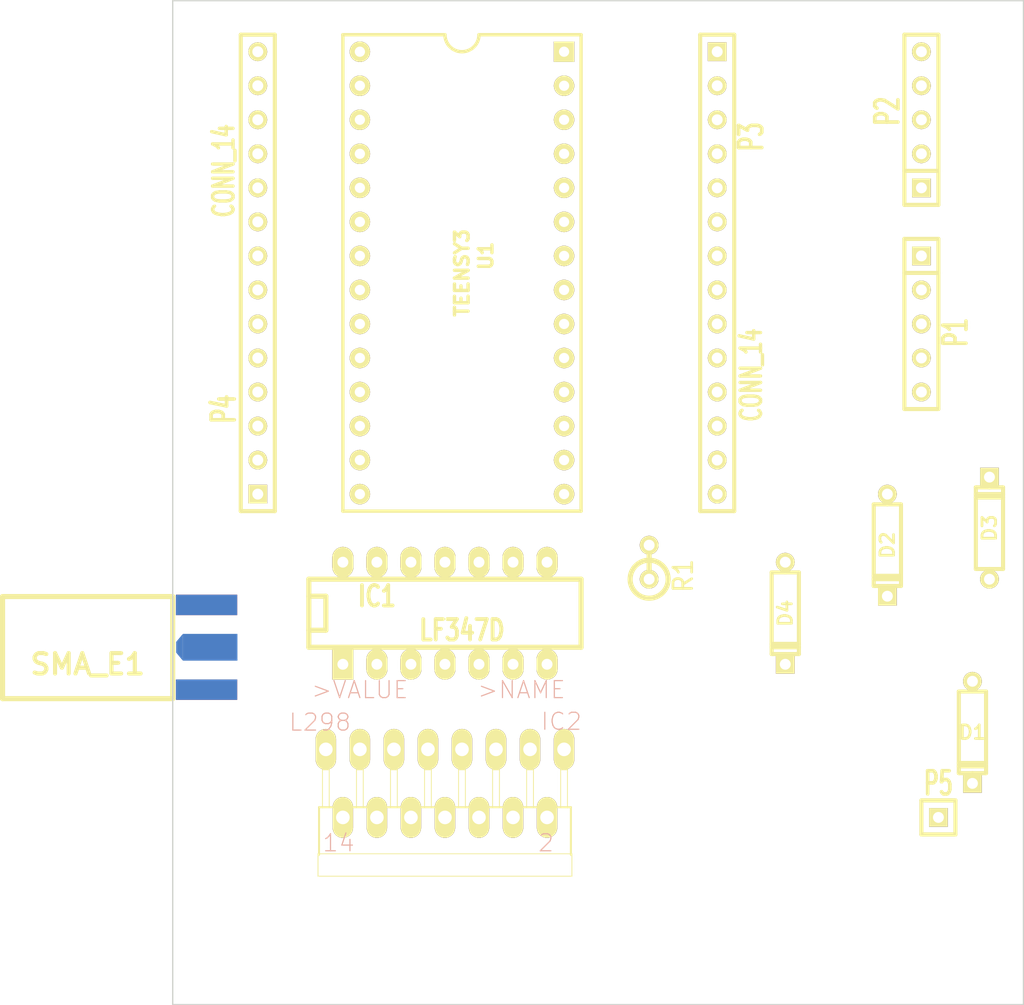
<source format=kicad_pcb>
(kicad_pcb (version 3) (host pcbnew "(2013-may-18)-stable")

  (general
    (links 65)
    (no_connects 65)
    (area 129.54 120.65 207.01 196.85)
    (thickness 1.6)
    (drawings 4)
    (tracks 0)
    (zones 0)
    (modules 14)
    (nets 37)
  )

  (page A3)
  (layers
    (15 F.Cu signal)
    (0 B.Cu signal)
    (16 B.Adhes user)
    (17 F.Adhes user)
    (18 B.Paste user)
    (19 F.Paste user)
    (20 B.SilkS user)
    (21 F.SilkS user)
    (22 B.Mask user)
    (23 F.Mask user)
    (24 Dwgs.User user)
    (25 Cmts.User user)
    (26 Eco1.User user)
    (27 Eco2.User user)
    (28 Edge.Cuts user)
  )

  (setup
    (last_trace_width 0.254)
    (trace_clearance 0.254)
    (zone_clearance 0.508)
    (zone_45_only no)
    (trace_min 0.254)
    (segment_width 0.2)
    (edge_width 0.1)
    (via_size 0.889)
    (via_drill 0.635)
    (via_min_size 0.889)
    (via_min_drill 0.508)
    (uvia_size 0.508)
    (uvia_drill 0.127)
    (uvias_allowed no)
    (uvia_min_size 0.508)
    (uvia_min_drill 0.127)
    (pcb_text_width 0.3)
    (pcb_text_size 1.5 1.5)
    (mod_edge_width 0.15)
    (mod_text_size 1 1)
    (mod_text_width 0.15)
    (pad_size 1.5 1.5)
    (pad_drill 0.6)
    (pad_to_mask_clearance 0)
    (aux_axis_origin 0 0)
    (visible_elements FFFFFFBF)
    (pcbplotparams
      (layerselection 3178497)
      (usegerberextensions true)
      (excludeedgelayer true)
      (linewidth 0.150000)
      (plotframeref false)
      (viasonmask false)
      (mode 1)
      (useauxorigin false)
      (hpglpennumber 1)
      (hpglpenspeed 20)
      (hpglpendiameter 15)
      (hpglpenoverlay 2)
      (psnegative false)
      (psa4output false)
      (plotreference true)
      (plotvalue true)
      (plotothertext true)
      (plotinvisibletext false)
      (padsonsilk false)
      (subtractmaskfromsilk false)
      (outputformat 1)
      (mirror false)
      (drillshape 1)
      (scaleselection 1)
      (outputdirectory ""))
  )

  (net 0 "")
  (net 1 /O1)
  (net 2 /O2)
  (net 3 /OM)
  (net 4 /Thermister)
  (net 5 N-000001)
  (net 6 N-0000010)
  (net 7 N-0000011)
  (net 8 N-0000012)
  (net 9 N-0000013)
  (net 10 N-0000014)
  (net 11 N-0000015)
  (net 12 N-0000016)
  (net 13 N-000002)
  (net 14 N-0000020)
  (net 15 N-0000021)
  (net 16 N-0000022)
  (net 17 N-0000023)
  (net 18 N-0000024)
  (net 19 N-0000025)
  (net 20 N-0000026)
  (net 21 N-0000027)
  (net 22 N-0000028)
  (net 23 N-000003)
  (net 24 N-000004)
  (net 25 N-0000040)
  (net 26 N-0000042)
  (net 27 N-0000043)
  (net 28 N-0000044)
  (net 29 N-000005)
  (net 30 N-0000056)
  (net 31 N-0000058)
  (net 32 N-000006)
  (net 33 N-0000066)
  (net 34 N-000007)
  (net 35 N-000008)
  (net 36 N-000009)

  (net_class Default "This is the default net class."
    (clearance 0.254)
    (trace_width 0.254)
    (via_dia 0.889)
    (via_drill 0.635)
    (uvia_dia 0.508)
    (uvia_drill 0.127)
    (add_net "")
    (add_net /O1)
    (add_net /O2)
    (add_net /OM)
    (add_net /Thermister)
    (add_net N-000001)
    (add_net N-0000010)
    (add_net N-0000011)
    (add_net N-0000012)
    (add_net N-0000013)
    (add_net N-0000014)
    (add_net N-0000015)
    (add_net N-0000016)
    (add_net N-000002)
    (add_net N-0000020)
    (add_net N-0000021)
    (add_net N-0000022)
    (add_net N-0000023)
    (add_net N-0000024)
    (add_net N-0000025)
    (add_net N-0000026)
    (add_net N-0000027)
    (add_net N-0000028)
    (add_net N-000003)
    (add_net N-000004)
    (add_net N-0000040)
    (add_net N-0000042)
    (add_net N-0000043)
    (add_net N-0000044)
    (add_net N-000005)
    (add_net N-0000056)
    (add_net N-0000058)
    (add_net N-000006)
    (add_net N-0000066)
    (add_net N-000007)
    (add_net N-000008)
    (add_net N-000009)
  )

  (module Teensy-3   placed (layer F.Cu) (tedit 5338A594) (tstamp 5338B381)
    (at 158.75 139.7)
    (descr "Teensy 3.0")
    (path /5338AC10)
    (fp_text reference U1 (at 8.128 1.27 90) (layer F.SilkS)
      (effects (font (size 1.016 1.016) (thickness 0.254)))
    )
    (fp_text value TEENSY3 (at 6.35 2.54 90) (layer F.SilkS)
      (effects (font (size 1.016 1.016) (thickness 0.254)))
    )
    (fp_line (start 15.24 -15.24) (end 15.24 20.32) (layer F.SilkS) (width 0.254))
    (fp_line (start 15.24 20.32) (end -2.54 20.32) (layer F.SilkS) (width 0.254))
    (fp_line (start -2.54 20.32) (end -2.54 -15.24) (layer F.SilkS) (width 0.254))
    (fp_line (start 15.24 -15.24) (end 7.62 -15.24) (layer F.SilkS) (width 0.254))
    (fp_line (start 5.08 -15.24) (end -2.54 -15.24) (layer F.SilkS) (width 0.254))
    (fp_arc (start 6.35 -15.24) (end 7.62 -15.24) (angle 180) (layer F.SilkS) (width 0.254))
    (pad 1 thru_hole rect (at 13.97 -13.97 180) (size 1.524 1.524) (drill 0.762)
      (layers *.Cu *.Mask F.SilkS)
      (net 31 N-0000058)
    )
    (pad 2 thru_hole circle (at 13.97 -11.43 180) (size 1.524 1.524) (drill 0.762)
      (layers *.Cu *.Mask F.SilkS)
      (net 18 N-0000024)
    )
    (pad 3 thru_hole circle (at 13.97 -8.89 180) (size 1.524 1.524) (drill 0.762)
      (layers *.Cu *.Mask F.SilkS)
      (net 17 N-0000023)
    )
    (pad 4 thru_hole circle (at 13.97 -6.35 180) (size 1.524 1.524) (drill 0.762)
      (layers *.Cu *.Mask F.SilkS)
      (net 16 N-0000022)
    )
    (pad 5 thru_hole circle (at 13.97 -3.81 180) (size 1.524 1.524) (drill 0.762)
      (layers *.Cu *.Mask F.SilkS)
      (net 15 N-0000021)
    )
    (pad 6 thru_hole circle (at 13.97 -1.27 180) (size 1.524 1.524) (drill 0.762)
      (layers *.Cu *.Mask F.SilkS)
      (net 10 N-0000014)
    )
    (pad 7 thru_hole circle (at 13.97 1.27 180) (size 1.524 1.524) (drill 0.762)
      (layers *.Cu *.Mask F.SilkS)
      (net 6 N-0000010)
    )
    (pad 8 thru_hole circle (at 13.97 3.81 180) (size 1.524 1.524) (drill 0.762)
      (layers *.Cu *.Mask F.SilkS)
      (net 36 N-000009)
    )
    (pad 9 thru_hole circle (at 13.97 6.35 180) (size 1.524 1.524) (drill 0.762)
      (layers *.Cu *.Mask F.SilkS)
      (net 35 N-000008)
    )
    (pad 10 thru_hole circle (at 13.97 8.89 180) (size 1.524 1.524) (drill 0.762)
      (layers *.Cu *.Mask F.SilkS)
      (net 34 N-000007)
    )
    (pad 11 thru_hole circle (at 13.97 11.43 180) (size 1.524 1.524) (drill 0.762)
      (layers *.Cu *.Mask F.SilkS)
      (net 32 N-000006)
    )
    (pad 12 thru_hole circle (at 13.97 13.97 180) (size 1.524 1.524) (drill 0.762)
      (layers *.Cu *.Mask F.SilkS)
      (net 28 N-0000044)
    )
    (pad 13 thru_hole circle (at 13.97 16.51 180) (size 1.524 1.524) (drill 0.762)
      (layers *.Cu *.Mask F.SilkS)
      (net 27 N-0000043)
    )
    (pad 14 thru_hole circle (at 13.97 19.05 180) (size 1.524 1.524) (drill 0.762)
      (layers *.Cu *.Mask F.SilkS)
      (net 26 N-0000042)
    )
    (pad 20 thru_hole circle (at -1.27 19.05 180) (size 1.524 1.524) (drill 0.762)
      (layers *.Cu *.Mask F.SilkS)
      (net 5 N-000001)
    )
    (pad 21 thru_hole circle (at -1.27 16.51 180) (size 1.524 1.524) (drill 0.762)
      (layers *.Cu *.Mask F.SilkS)
      (net 25 N-0000040)
    )
    (pad 22 thru_hole circle (at -1.27 13.97 180) (size 1.524 1.524) (drill 0.762)
      (layers *.Cu *.Mask F.SilkS)
      (net 29 N-000005)
    )
    (pad 23 thru_hole circle (at -1.27 11.43 180) (size 1.524 1.524) (drill 0.762)
      (layers *.Cu *.Mask F.SilkS)
      (net 22 N-0000028)
    )
    (pad 24 thru_hole circle (at -1.27 8.89 180) (size 1.524 1.524) (drill 0.762)
      (layers *.Cu *.Mask F.SilkS)
      (net 4 /Thermister)
    )
    (pad 25 thru_hole circle (at -1.27 6.35 180) (size 1.524 1.524) (drill 0.762)
      (layers *.Cu *.Mask F.SilkS)
      (net 24 N-000004)
    )
    (pad 26 thru_hole circle (at -1.27 3.81 180) (size 1.524 1.524) (drill 0.762)
      (layers *.Cu *.Mask F.SilkS)
      (net 23 N-000003)
    )
    (pad 27 thru_hole circle (at -1.27 1.27 180) (size 1.524 1.524) (drill 0.762)
      (layers *.Cu *.Mask F.SilkS)
      (net 13 N-000002)
    )
    (pad 28 thru_hole circle (at -1.27 -1.27 180) (size 1.524 1.524) (drill 0.762)
      (layers *.Cu *.Mask F.SilkS)
      (net 12 N-0000016)
    )
    (pad 29 thru_hole circle (at -1.27 -3.81 180) (size 1.524 1.524) (drill 0.762)
      (layers *.Cu *.Mask F.SilkS)
      (net 11 N-0000015)
    )
    (pad 30 thru_hole circle (at -1.27 -6.35 180) (size 1.524 1.524) (drill 0.762)
      (layers *.Cu *.Mask F.SilkS)
      (net 7 N-0000011)
    )
    (pad 31 thru_hole circle (at -1.27 -8.89 180) (size 1.524 1.524) (drill 0.762)
      (layers *.Cu *.Mask F.SilkS)
      (net 9 N-0000013)
    )
    (pad 32 thru_hole circle (at -1.27 -11.43 180) (size 1.524 1.524) (drill 0.762)
      (layers *.Cu *.Mask F.SilkS)
      (net 8 N-0000012)
    )
    (pad 33 thru_hole circle (at -1.27 -13.97 180) (size 1.524 1.524) (drill 0.762)
      (layers *.Cu *.Mask F.SilkS)
      (net 30 N-0000056)
    )
  )

  (module SMA_EDGE   placed (layer F.Cu) (tedit 5338B52E) (tstamp 5338B38D)
    (at 137.16 171.45 180)
    (path /5338B42B)
    (fp_text reference SMA_E1 (at 0 0 180) (layer F.SilkS)
      (effects (font (size 1.524 1.524) (thickness 0.3048)))
    )
    (fp_text value SMA_EDGE (at 0 2.54 180) (layer F.SilkS) hide
      (effects (font (size 1.524 1.524) (thickness 0.3048)))
    )
    (fp_line (start -6.35 -2.5654) (end -6.35 5.0546) (layer F.SilkS) (width 0.381))
    (fp_line (start -6.35 5.0546) (end 6.35 5.0546) (layer F.SilkS) (width 0.381))
    (fp_line (start 6.35 5.0546) (end 6.35 -2.5654) (layer F.SilkS) (width 0.381))
    (fp_line (start 6.35 -2.5654) (end -6.35 -2.5654) (layer F.SilkS) (width 0.381))
    (pad 0 connect rect (at -8.8773 -1.89484 180) (size 4.572 1.524)
      (layers *.Cu F.Mask)
      (net 31 N-0000058)
    )
    (pad 1 connect trapezoid (at -6.858 1.27 180) (size 0.50038 1.39954) (rect_delta 0.59944 0 )
      (layers B.Cu F.Mask)
      (net 25 N-0000040)
    )
    (pad 2 connect rect (at -8.8773 4.42976 180) (size 4.572 1.524)
      (layers *.Cu F.Mask)
      (net 31 N-0000058)
    )
    (pad 1 connect rect (at -9.144 1.27 180) (size 4.07162 1.99898)
      (layers B.Cu F.Mask)
      (net 25 N-0000040)
    )
    (model SMA_EDGE.wrl
      (at (xyz -0.205 -0.05 -0.12))
      (scale (xyz 1.3 1.3 1.3))
      (rotate (xyz 270 0 180))
    )
  )

  (module SIL-5   placed (layer F.Cu) (tedit 200000) (tstamp 5338B39B)
    (at 199.39 147.32 270)
    (descr "Connecteur 5 pins")
    (tags "CONN DEV")
    (path /5338BC5F)
    (fp_text reference P1 (at -0.635 -2.54 270) (layer F.SilkS)
      (effects (font (size 1.72974 1.08712) (thickness 0.3048)))
    )
    (fp_text value CONN_5 (at 0 -2.54 270) (layer F.SilkS) hide
      (effects (font (size 1.524 1.016) (thickness 0.3048)))
    )
    (fp_line (start -7.62 1.27) (end -7.62 -1.27) (layer F.SilkS) (width 0.3048))
    (fp_line (start -7.62 -1.27) (end 5.08 -1.27) (layer F.SilkS) (width 0.3048))
    (fp_line (start 5.08 -1.27) (end 5.08 1.27) (layer F.SilkS) (width 0.3048))
    (fp_line (start 5.08 1.27) (end -7.62 1.27) (layer F.SilkS) (width 0.3048))
    (fp_line (start -5.08 1.27) (end -5.08 -1.27) (layer F.SilkS) (width 0.3048))
    (pad 1 thru_hole rect (at -6.35 0 270) (size 1.397 1.397) (drill 0.8128)
      (layers *.Cu *.Mask F.SilkS)
      (net 3 /OM)
    )
    (pad 2 thru_hole circle (at -3.81 0 270) (size 1.397 1.397) (drill 0.8128)
      (layers *.Cu *.Mask F.SilkS)
      (net 2 /O2)
    )
    (pad 3 thru_hole circle (at -1.27 0 270) (size 1.397 1.397) (drill 0.8128)
      (layers *.Cu *.Mask F.SilkS)
      (net 4 /Thermister)
    )
    (pad 4 thru_hole circle (at 1.27 0 270) (size 1.397 1.397) (drill 0.8128)
      (layers *.Cu *.Mask F.SilkS)
      (net 30 N-0000056)
    )
    (pad 5 thru_hole circle (at 3.81 0 270) (size 1.397 1.397) (drill 0.8128)
      (layers *.Cu *.Mask F.SilkS)
      (net 31 N-0000058)
    )
  )

  (module SIL-5   placed (layer F.Cu) (tedit 200000) (tstamp 5338B3A9)
    (at 199.39 129.54 90)
    (descr "Connecteur 5 pins")
    (tags "CONN DEV")
    (path /5338C083)
    (fp_text reference P2 (at -0.635 -2.54 90) (layer F.SilkS)
      (effects (font (size 1.72974 1.08712) (thickness 0.3048)))
    )
    (fp_text value CONN_5 (at 0 -2.54 90) (layer F.SilkS) hide
      (effects (font (size 1.524 1.016) (thickness 0.3048)))
    )
    (fp_line (start -7.62 1.27) (end -7.62 -1.27) (layer F.SilkS) (width 0.3048))
    (fp_line (start -7.62 -1.27) (end 5.08 -1.27) (layer F.SilkS) (width 0.3048))
    (fp_line (start 5.08 -1.27) (end 5.08 1.27) (layer F.SilkS) (width 0.3048))
    (fp_line (start 5.08 1.27) (end -7.62 1.27) (layer F.SilkS) (width 0.3048))
    (fp_line (start -5.08 1.27) (end -5.08 -1.27) (layer F.SilkS) (width 0.3048))
    (pad 1 thru_hole rect (at -6.35 0 90) (size 1.397 1.397) (drill 0.8128)
      (layers *.Cu *.Mask F.SilkS)
      (net 30 N-0000056)
    )
    (pad 2 thru_hole circle (at -3.81 0 90) (size 1.397 1.397) (drill 0.8128)
      (layers *.Cu *.Mask F.SilkS)
      (net 31 N-0000058)
    )
    (pad 3 thru_hole circle (at -1.27 0 90) (size 1.397 1.397) (drill 0.8128)
      (layers *.Cu *.Mask F.SilkS)
      (net 1 /O1)
    )
    (pad 4 thru_hole circle (at 1.27 0 90) (size 1.397 1.397) (drill 0.8128)
      (layers *.Cu *.Mask F.SilkS)
      (net 3 /OM)
    )
    (pad 5 thru_hole circle (at 3.81 0 90) (size 1.397 1.397) (drill 0.8128)
      (layers *.Cu *.Mask F.SilkS)
      (net 21 N-0000027)
    )
  )

  (module SIL-14   placed (layer F.Cu) (tedit 200000) (tstamp 5338B3BF)
    (at 184.15 142.24 270)
    (descr "Connecteur 14 pins")
    (tags "CONN DEV")
    (path /5338AC1F)
    (fp_text reference P3 (at -10.16 -2.54 270) (layer F.SilkS)
      (effects (font (size 1.72974 1.08712) (thickness 0.3048)))
    )
    (fp_text value CONN_14 (at 7.62 -2.54 270) (layer F.SilkS)
      (effects (font (size 1.524 1.016) (thickness 0.3048)))
    )
    (fp_line (start -17.78 -1.27) (end 17.78 -1.27) (layer F.SilkS) (width 0.3048))
    (fp_line (start 17.78 -1.27) (end 17.78 1.27) (layer F.SilkS) (width 0.3048))
    (fp_line (start 17.78 1.27) (end -17.78 1.27) (layer F.SilkS) (width 0.3048))
    (fp_line (start -17.78 1.27) (end -17.78 -1.27) (layer F.SilkS) (width 0.3048))
    (pad 1 thru_hole rect (at -16.51 0 270) (size 1.397 1.397) (drill 0.8128)
      (layers *.Cu *.Mask F.SilkS)
      (net 31 N-0000058)
    )
    (pad 2 thru_hole circle (at -13.97 0 270) (size 1.397 1.397) (drill 0.8128)
      (layers *.Cu *.Mask F.SilkS)
      (net 18 N-0000024)
    )
    (pad 3 thru_hole circle (at -11.43 0 270) (size 1.397 1.397) (drill 0.8128)
      (layers *.Cu *.Mask F.SilkS)
      (net 17 N-0000023)
    )
    (pad 4 thru_hole circle (at -8.89 0 270) (size 1.397 1.397) (drill 0.8128)
      (layers *.Cu *.Mask F.SilkS)
      (net 16 N-0000022)
    )
    (pad 5 thru_hole circle (at -6.35 0 270) (size 1.397 1.397) (drill 0.8128)
      (layers *.Cu *.Mask F.SilkS)
      (net 15 N-0000021)
    )
    (pad 6 thru_hole circle (at -3.81 0 270) (size 1.397 1.397) (drill 0.8128)
      (layers *.Cu *.Mask F.SilkS)
      (net 10 N-0000014)
    )
    (pad 7 thru_hole circle (at -1.27 0 270) (size 1.397 1.397) (drill 0.8128)
      (layers *.Cu *.Mask F.SilkS)
      (net 6 N-0000010)
    )
    (pad 8 thru_hole circle (at 1.27 0 270) (size 1.397 1.397) (drill 0.8128)
      (layers *.Cu *.Mask F.SilkS)
      (net 36 N-000009)
    )
    (pad 9 thru_hole circle (at 3.81 0 270) (size 1.397 1.397) (drill 0.8128)
      (layers *.Cu *.Mask F.SilkS)
      (net 35 N-000008)
    )
    (pad 10 thru_hole circle (at 6.35 0 270) (size 1.397 1.397) (drill 0.8128)
      (layers *.Cu *.Mask F.SilkS)
      (net 34 N-000007)
    )
    (pad 11 thru_hole circle (at 8.89 0 270) (size 1.397 1.397) (drill 0.8128)
      (layers *.Cu *.Mask F.SilkS)
      (net 32 N-000006)
    )
    (pad 12 thru_hole circle (at 11.43 0 270) (size 1.397 1.397) (drill 0.8128)
      (layers *.Cu *.Mask F.SilkS)
      (net 28 N-0000044)
    )
    (pad 13 thru_hole circle (at 13.97 0 270) (size 1.397 1.397) (drill 0.8128)
      (layers *.Cu *.Mask F.SilkS)
      (net 27 N-0000043)
    )
    (pad 14 thru_hole circle (at 16.51 0 270) (size 1.397 1.397) (drill 0.8128)
      (layers *.Cu *.Mask F.SilkS)
      (net 26 N-0000042)
    )
  )

  (module SIL-14   placed (layer F.Cu) (tedit 200000) (tstamp 5338B3D5)
    (at 149.86 142.24 90)
    (descr "Connecteur 14 pins")
    (tags "CONN DEV")
    (path /5338AC2C)
    (fp_text reference P4 (at -10.16 -2.54 90) (layer F.SilkS)
      (effects (font (size 1.72974 1.08712) (thickness 0.3048)))
    )
    (fp_text value CONN_14 (at 7.62 -2.54 90) (layer F.SilkS)
      (effects (font (size 1.524 1.016) (thickness 0.3048)))
    )
    (fp_line (start -17.78 -1.27) (end 17.78 -1.27) (layer F.SilkS) (width 0.3048))
    (fp_line (start 17.78 -1.27) (end 17.78 1.27) (layer F.SilkS) (width 0.3048))
    (fp_line (start 17.78 1.27) (end -17.78 1.27) (layer F.SilkS) (width 0.3048))
    (fp_line (start -17.78 1.27) (end -17.78 -1.27) (layer F.SilkS) (width 0.3048))
    (pad 1 thru_hole rect (at -16.51 0 90) (size 1.397 1.397) (drill 0.8128)
      (layers *.Cu *.Mask F.SilkS)
      (net 5 N-000001)
    )
    (pad 2 thru_hole circle (at -13.97 0 90) (size 1.397 1.397) (drill 0.8128)
      (layers *.Cu *.Mask F.SilkS)
      (net 25 N-0000040)
    )
    (pad 3 thru_hole circle (at -11.43 0 90) (size 1.397 1.397) (drill 0.8128)
      (layers *.Cu *.Mask F.SilkS)
      (net 29 N-000005)
    )
    (pad 4 thru_hole circle (at -8.89 0 90) (size 1.397 1.397) (drill 0.8128)
      (layers *.Cu *.Mask F.SilkS)
      (net 22 N-0000028)
    )
    (pad 5 thru_hole circle (at -6.35 0 90) (size 1.397 1.397) (drill 0.8128)
      (layers *.Cu *.Mask F.SilkS)
      (net 4 /Thermister)
    )
    (pad 6 thru_hole circle (at -3.81 0 90) (size 1.397 1.397) (drill 0.8128)
      (layers *.Cu *.Mask F.SilkS)
      (net 24 N-000004)
    )
    (pad 7 thru_hole circle (at -1.27 0 90) (size 1.397 1.397) (drill 0.8128)
      (layers *.Cu *.Mask F.SilkS)
      (net 23 N-000003)
    )
    (pad 8 thru_hole circle (at 1.27 0 90) (size 1.397 1.397) (drill 0.8128)
      (layers *.Cu *.Mask F.SilkS)
      (net 13 N-000002)
    )
    (pad 9 thru_hole circle (at 3.81 0 90) (size 1.397 1.397) (drill 0.8128)
      (layers *.Cu *.Mask F.SilkS)
      (net 12 N-0000016)
    )
    (pad 10 thru_hole circle (at 6.35 0 90) (size 1.397 1.397) (drill 0.8128)
      (layers *.Cu *.Mask F.SilkS)
      (net 11 N-0000015)
    )
    (pad 11 thru_hole circle (at 8.89 0 90) (size 1.397 1.397) (drill 0.8128)
      (layers *.Cu *.Mask F.SilkS)
      (net 7 N-0000011)
    )
    (pad 12 thru_hole circle (at 11.43 0 90) (size 1.397 1.397) (drill 0.8128)
      (layers *.Cu *.Mask F.SilkS)
      (net 9 N-0000013)
    )
    (pad 13 thru_hole circle (at 13.97 0 90) (size 1.397 1.397) (drill 0.8128)
      (layers *.Cu *.Mask F.SilkS)
      (net 8 N-0000012)
    )
    (pad 14 thru_hole circle (at 16.51 0 90) (size 1.397 1.397) (drill 0.8128)
      (layers *.Cu *.Mask F.SilkS)
      (net 30 N-0000056)
    )
  )

  (module SIL-1   placed (layer F.Cu) (tedit 4C5EAF64) (tstamp 5338B3DE)
    (at 200.66 182.88)
    (descr "Connecteurs 1 pin")
    (tags "CONN DEV")
    (path /5338B571)
    (fp_text reference P5 (at 0 -2.54) (layer F.SilkS)
      (effects (font (size 1.72974 1.08712) (thickness 0.27178)))
    )
    (fp_text value CONN_1 (at 0 -2.54) (layer F.SilkS) hide
      (effects (font (size 1.524 1.016) (thickness 0.254)))
    )
    (fp_line (start -1.27 1.27) (end 1.27 1.27) (layer F.SilkS) (width 0.3175))
    (fp_line (start -1.27 -1.27) (end 1.27 -1.27) (layer F.SilkS) (width 0.3175))
    (fp_line (start -1.27 1.27) (end -1.27 -1.27) (layer F.SilkS) (width 0.3048))
    (fp_line (start 1.27 -1.27) (end 1.27 1.27) (layer F.SilkS) (width 0.3048))
    (pad 1 thru_hole rect (at 0 0) (size 1.397 1.397) (drill 0.8128)
      (layers *.Cu *.Mask F.SilkS)
      (net 20 N-0000026)
    )
  )

  (module R1   placed (layer F.Cu) (tedit 200000) (tstamp 5338B3E6)
    (at 179.07 163.83 90)
    (descr "Resistance verticale")
    (tags R)
    (path /5338B204)
    (autoplace_cost90 10)
    (autoplace_cost180 10)
    (fp_text reference R1 (at -1.016 2.54 90) (layer F.SilkS)
      (effects (font (size 1.397 1.27) (thickness 0.2032)))
    )
    (fp_text value R (at -1.143 2.54 90) (layer F.SilkS) hide
      (effects (font (size 1.397 1.27) (thickness 0.2032)))
    )
    (fp_line (start -1.27 0) (end 1.27 0) (layer F.SilkS) (width 0.381))
    (fp_circle (center -1.27 0) (end -0.635 1.27) (layer F.SilkS) (width 0.381))
    (pad 1 thru_hole circle (at -1.27 0 90) (size 1.397 1.397) (drill 0.8128)
      (layers *.Cu *.Mask F.SilkS)
      (net 31 N-0000058)
    )
    (pad 2 thru_hole circle (at 1.27 0 90) (size 1.397 1.397) (drill 0.8128)
      (layers *.Cu *.Mask F.SilkS)
      (net 4 /Thermister)
    )
    (model discret/verti_resistor.wrl
      (at (xyz 0 0 0))
      (scale (xyz 1 1 1))
      (rotate (xyz 0 0 0))
    )
  )

  (module MULTIWATT-15   placed (layer F.Cu) (tedit 200000) (tstamp 5338B426)
    (at 163.83 185.42 180)
    (descr "MULTIWATT 15 LEAD")
    (tags "MULTIWATT 15 LEAD")
    (path /5338ACA5)
    (attr virtual)
    (fp_text reference IC2 (at -8.69188 9.7028 180) (layer B.SilkS)
      (effects (font (size 1.27 1.27) (thickness 0.0889)))
    )
    (fp_text value L298 (at 9.32688 9.64184 180) (layer B.SilkS)
      (effects (font (size 1.27 1.27) (thickness 0.0889)))
    )
    (fp_line (start -9.144 6.096) (end -8.636 6.096) (layer F.SilkS) (width 0.06604))
    (fp_line (start -8.636 6.096) (end -8.636 3.302) (layer F.SilkS) (width 0.06604))
    (fp_line (start -9.144 3.302) (end -8.636 3.302) (layer F.SilkS) (width 0.06604))
    (fp_line (start -9.144 6.096) (end -9.144 3.302) (layer F.SilkS) (width 0.06604))
    (fp_line (start -6.604 6.096) (end -6.096 6.096) (layer F.SilkS) (width 0.06604))
    (fp_line (start -6.096 6.096) (end -6.096 3.302) (layer F.SilkS) (width 0.06604))
    (fp_line (start -6.604 3.302) (end -6.096 3.302) (layer F.SilkS) (width 0.06604))
    (fp_line (start -6.604 6.096) (end -6.604 3.302) (layer F.SilkS) (width 0.06604))
    (fp_line (start -4.064 6.096) (end -3.556 6.096) (layer F.SilkS) (width 0.06604))
    (fp_line (start -3.556 6.096) (end -3.556 3.302) (layer F.SilkS) (width 0.06604))
    (fp_line (start -4.064 3.302) (end -3.556 3.302) (layer F.SilkS) (width 0.06604))
    (fp_line (start -4.064 6.096) (end -4.064 3.302) (layer F.SilkS) (width 0.06604))
    (fp_line (start -1.524 6.096) (end -1.016 6.096) (layer F.SilkS) (width 0.06604))
    (fp_line (start -1.016 6.096) (end -1.016 3.302) (layer F.SilkS) (width 0.06604))
    (fp_line (start -1.524 3.302) (end -1.016 3.302) (layer F.SilkS) (width 0.06604))
    (fp_line (start -1.524 6.096) (end -1.524 3.302) (layer F.SilkS) (width 0.06604))
    (fp_line (start 1.016 6.096) (end 1.524 6.096) (layer F.SilkS) (width 0.06604))
    (fp_line (start 1.524 6.096) (end 1.524 3.302) (layer F.SilkS) (width 0.06604))
    (fp_line (start 1.016 3.302) (end 1.524 3.302) (layer F.SilkS) (width 0.06604))
    (fp_line (start 1.016 6.096) (end 1.016 3.302) (layer F.SilkS) (width 0.06604))
    (fp_line (start 3.556 6.096) (end 4.064 6.096) (layer F.SilkS) (width 0.06604))
    (fp_line (start 4.064 6.096) (end 4.064 3.302) (layer F.SilkS) (width 0.06604))
    (fp_line (start 3.556 3.302) (end 4.064 3.302) (layer F.SilkS) (width 0.06604))
    (fp_line (start 3.556 6.096) (end 3.556 3.302) (layer F.SilkS) (width 0.06604))
    (fp_line (start 6.096 6.096) (end 6.604 6.096) (layer F.SilkS) (width 0.06604))
    (fp_line (start 6.604 6.096) (end 6.604 3.302) (layer F.SilkS) (width 0.06604))
    (fp_line (start 6.096 3.302) (end 6.604 3.302) (layer F.SilkS) (width 0.06604))
    (fp_line (start 6.096 6.096) (end 6.096 3.302) (layer F.SilkS) (width 0.06604))
    (fp_line (start 8.636 6.096) (end 9.144 6.096) (layer F.SilkS) (width 0.06604))
    (fp_line (start 9.144 6.096) (end 9.144 3.302) (layer F.SilkS) (width 0.06604))
    (fp_line (start 8.636 3.302) (end 9.144 3.302) (layer F.SilkS) (width 0.06604))
    (fp_line (start 8.636 6.096) (end 8.636 3.302) (layer F.SilkS) (width 0.06604))
    (fp_line (start -9.4742 -0.17272) (end 9.4742 -0.17272) (layer F.SilkS) (width 0.06604))
    (fp_line (start 9.4742 -0.17272) (end 9.4742 -1.84912) (layer F.SilkS) (width 0.06604))
    (fp_line (start -9.4742 -1.84912) (end 9.4742 -1.84912) (layer F.SilkS) (width 0.06604))
    (fp_line (start -9.4742 -0.17272) (end -9.4742 -1.84912) (layer F.SilkS) (width 0.06604))
    (fp_line (start -9.398 3.302) (end -9.144 3.302) (layer F.SilkS) (width 0.1524))
    (fp_line (start -9.144 3.302) (end 9.144 3.302) (layer F.SilkS) (width 0.1524))
    (fp_line (start 9.144 3.302) (end 9.398 3.302) (layer F.SilkS) (width 0.1524))
    (fp_line (start -9.398 -0.254) (end -9.398 3.302) (layer F.SilkS) (width 0.1524))
    (fp_line (start 9.398 -0.254) (end 9.398 3.302) (layer F.SilkS) (width 0.1524))
    (fp_text user 2 (at -7.54126 0.635 180) (layer B.SilkS)
      (effects (font (size 1.27 1.27) (thickness 0.0889)))
    )
    (fp_text user 14 (at 7.9375 0.635 180) (layer B.SilkS)
      (effects (font (size 1.27 1.27) (thickness 0.0889)))
    )
    (fp_text user >NAME (at -5.715 12.065 180) (layer B.SilkS)
      (effects (font (size 1.27 1.27) (thickness 0.0889)))
    )
    (fp_text user >VALUE (at 6.35 12.065 180) (layer B.SilkS)
      (effects (font (size 1.27 1.27) (thickness 0.0889)))
    )
    (pad 1 thru_hole oval (at -8.89 7.62 180) (size 1.524 3.048) (drill 1.016)
      (layers *.Cu F.Paste F.SilkS F.Mask)
    )
    (pad 2 thru_hole oval (at -7.62 2.54 180) (size 1.524 3.048) (drill 1.016)
      (layers *.Cu F.Paste F.SilkS F.Mask)
      (net 1 /O1)
    )
    (pad 3 thru_hole oval (at -6.35 7.62 180) (size 1.524 3.048) (drill 1.016)
      (layers *.Cu F.Paste F.SilkS F.Mask)
      (net 2 /O2)
    )
    (pad 4 thru_hole oval (at -5.08 2.54 180) (size 1.524 3.048) (drill 1.016)
      (layers *.Cu F.Paste F.SilkS F.Mask)
      (net 20 N-0000026)
    )
    (pad 5 thru_hole oval (at -3.81 7.62 180) (size 1.524 3.048) (drill 1.016)
      (layers *.Cu F.Paste F.SilkS F.Mask)
      (net 33 N-0000066)
    )
    (pad 6 thru_hole oval (at -2.54 2.54 180) (size 1.524 3.048) (drill 1.016)
      (layers *.Cu F.Paste F.SilkS F.Mask)
      (net 19 N-0000025)
    )
    (pad 7 thru_hole oval (at -1.27 7.62 180) (size 1.524 3.048) (drill 1.016)
      (layers *.Cu F.Paste F.SilkS F.Mask)
      (net 14 N-0000020)
    )
    (pad 8 thru_hole oval (at 0 2.54 180) (size 1.524 3.048) (drill 1.016)
      (layers *.Cu F.Paste F.SilkS F.Mask)
      (net 31 N-0000058)
    )
    (pad 9 thru_hole oval (at 1.27 7.62 180) (size 1.524 3.048) (drill 1.016)
      (layers *.Cu F.Paste F.SilkS F.Mask)
      (net 30 N-0000056)
    )
    (pad 10 thru_hole oval (at 2.54 2.54 180) (size 1.524 3.048) (drill 1.016)
      (layers *.Cu F.Paste F.SilkS F.Mask)
    )
    (pad 11 thru_hole oval (at 3.81 7.62 180) (size 1.524 3.048) (drill 1.016)
      (layers *.Cu F.Paste F.SilkS F.Mask)
    )
    (pad 12 thru_hole oval (at 5.08 2.54 180) (size 1.524 3.048) (drill 1.016)
      (layers *.Cu F.Paste F.SilkS F.Mask)
    )
    (pad 13 thru_hole oval (at 6.35 7.62 180) (size 1.524 3.048) (drill 1.016)
      (layers *.Cu F.Paste F.SilkS F.Mask)
    )
    (pad 14 thru_hole oval (at 7.62 2.54 180) (size 1.524 3.048) (drill 1.016)
      (layers *.Cu F.Paste F.SilkS F.Mask)
    )
    (pad 15 thru_hole oval (at 8.89 7.62 180) (size 1.524 3.048) (drill 1.016)
      (layers *.Cu F.Paste F.SilkS F.Mask)
    )
  )

  (module DIP-14__300_ELL   placed (layer F.Cu) (tedit 200000) (tstamp 5338B43F)
    (at 163.83 167.64)
    (descr "14 pins DIL package, elliptical pads")
    (tags DIL)
    (path /5338AC37)
    (fp_text reference IC1 (at -5.08 -1.27) (layer F.SilkS)
      (effects (font (size 1.524 1.143) (thickness 0.3048)))
    )
    (fp_text value LF347D (at 1.27 1.27) (layer F.SilkS)
      (effects (font (size 1.524 1.143) (thickness 0.3048)))
    )
    (fp_line (start -10.16 -2.54) (end 10.16 -2.54) (layer F.SilkS) (width 0.381))
    (fp_line (start 10.16 2.54) (end -10.16 2.54) (layer F.SilkS) (width 0.381))
    (fp_line (start -10.16 2.54) (end -10.16 -2.54) (layer F.SilkS) (width 0.381))
    (fp_line (start -10.16 -1.27) (end -8.89 -1.27) (layer F.SilkS) (width 0.381))
    (fp_line (start -8.89 -1.27) (end -8.89 1.27) (layer F.SilkS) (width 0.381))
    (fp_line (start -8.89 1.27) (end -10.16 1.27) (layer F.SilkS) (width 0.381))
    (fp_line (start 10.16 -2.54) (end 10.16 2.54) (layer F.SilkS) (width 0.381))
    (pad 1 thru_hole rect (at -7.62 3.81) (size 1.5748 2.286) (drill 0.8128)
      (layers *.Cu *.Mask F.SilkS)
      (net 33 N-0000066)
    )
    (pad 2 thru_hole oval (at -5.08 3.81) (size 1.5748 2.286) (drill 0.8128)
      (layers *.Cu *.Mask F.SilkS)
      (net 33 N-0000066)
    )
    (pad 3 thru_hole oval (at -2.54 3.81) (size 1.5748 2.286) (drill 0.8128)
      (layers *.Cu *.Mask F.SilkS)
      (net 26 N-0000042)
    )
    (pad 4 thru_hole oval (at 0 3.81) (size 1.5748 2.286) (drill 0.8128)
      (layers *.Cu *.Mask F.SilkS)
    )
    (pad 5 thru_hole oval (at 2.54 3.81) (size 1.5748 2.286) (drill 0.8128)
      (layers *.Cu *.Mask F.SilkS)
      (net 27 N-0000043)
    )
    (pad 6 thru_hole oval (at 5.08 3.81) (size 1.5748 2.286) (drill 0.8128)
      (layers *.Cu *.Mask F.SilkS)
      (net 19 N-0000025)
    )
    (pad 7 thru_hole oval (at 7.62 3.81) (size 1.5748 2.286) (drill 0.8128)
      (layers *.Cu *.Mask F.SilkS)
      (net 19 N-0000025)
    )
    (pad 8 thru_hole oval (at 7.62 -3.81) (size 1.5748 2.286) (drill 0.8128)
      (layers *.Cu *.Mask F.SilkS)
      (net 14 N-0000020)
    )
    (pad 9 thru_hole oval (at 5.08 -3.81) (size 1.5748 2.286) (drill 0.8128)
      (layers *.Cu *.Mask F.SilkS)
      (net 14 N-0000020)
    )
    (pad 10 thru_hole oval (at 2.54 -3.81) (size 1.5748 2.286) (drill 0.8128)
      (layers *.Cu *.Mask F.SilkS)
      (net 28 N-0000044)
    )
    (pad 11 thru_hole oval (at 0 -3.81) (size 1.5748 2.286) (drill 0.8128)
      (layers *.Cu *.Mask F.SilkS)
    )
    (pad 12 thru_hole oval (at -2.54 -3.81) (size 1.5748 2.286) (drill 0.8128)
      (layers *.Cu *.Mask F.SilkS)
      (net 21 N-0000027)
    )
    (pad 13 thru_hole oval (at -5.08 -3.81) (size 1.5748 2.286) (drill 0.8128)
      (layers *.Cu *.Mask F.SilkS)
      (net 22 N-0000028)
    )
    (pad 14 thru_hole oval (at -7.62 -3.81) (size 1.5748 2.286) (drill 0.8128)
      (layers *.Cu *.Mask F.SilkS)
      (net 22 N-0000028)
    )
    (model dil/dil_14.wrl
      (at (xyz 0 0 0))
      (scale (xyz 1 1 1))
      (rotate (xyz 0 0 0))
    )
  )

  (module D3   placed (layer F.Cu) (tedit 5338B5EA) (tstamp 5338B44F)
    (at 203.2 176.53 270)
    (descr "Diode 3 pas")
    (tags "DIODE DEV")
    (path /5338B550)
    (fp_text reference D1 (at 0 0 360) (layer F.SilkS)
      (effects (font (size 1.016 1.016) (thickness 0.2032)))
    )
    (fp_text value DIODE (at 0 0 270) (layer F.SilkS) hide
      (effects (font (size 1.016 1.016) (thickness 0.2032)))
    )
    (fp_line (start 3.81 0) (end 3.048 0) (layer F.SilkS) (width 0.3048))
    (fp_line (start 3.048 0) (end 3.048 -1.016) (layer F.SilkS) (width 0.3048))
    (fp_line (start 3.048 -1.016) (end -3.048 -1.016) (layer F.SilkS) (width 0.3048))
    (fp_line (start -3.048 -1.016) (end -3.048 0) (layer F.SilkS) (width 0.3048))
    (fp_line (start -3.048 0) (end -3.81 0) (layer F.SilkS) (width 0.3048))
    (fp_line (start -3.048 0) (end -3.048 1.016) (layer F.SilkS) (width 0.3048))
    (fp_line (start -3.048 1.016) (end 3.048 1.016) (layer F.SilkS) (width 0.3048))
    (fp_line (start 3.048 1.016) (end 3.048 0) (layer F.SilkS) (width 0.3048))
    (fp_line (start 2.54 -1.016) (end 2.54 1.016) (layer F.SilkS) (width 0.3048))
    (fp_line (start 2.286 1.016) (end 2.286 -1.016) (layer F.SilkS) (width 0.3048))
    (pad 2 thru_hole rect (at 3.81 0 270) (size 1.397 1.397) (drill 0.8128)
      (layers *.Cu *.Mask F.SilkS)
      (net 1 /O1)
    )
    (pad 1 thru_hole circle (at -3.81 0 270) (size 1.397 1.397) (drill 0.8128)
      (layers *.Cu *.Mask F.SilkS)
      (net 31 N-0000058)
    )
    (model discret/diode.wrl
      (at (xyz 0 0 0))
      (scale (xyz 0.3 0.3 0.3))
      (rotate (xyz 0 0 0))
    )
  )

  (module D3   placed (layer F.Cu) (tedit 5338B673) (tstamp 5338B45F)
    (at 196.85 162.56 270)
    (descr "Diode 3 pas")
    (tags "DIODE DEV")
    (path /5338B55D)
    (fp_text reference D2 (at 0 0 270) (layer F.SilkS)
      (effects (font (size 1.016 1.016) (thickness 0.2032)))
    )
    (fp_text value DIODE (at 0 0 270) (layer F.SilkS) hide
      (effects (font (size 1.016 1.016) (thickness 0.2032)))
    )
    (fp_line (start 3.81 0) (end 3.048 0) (layer F.SilkS) (width 0.3048))
    (fp_line (start 3.048 0) (end 3.048 -1.016) (layer F.SilkS) (width 0.3048))
    (fp_line (start 3.048 -1.016) (end -3.048 -1.016) (layer F.SilkS) (width 0.3048))
    (fp_line (start -3.048 -1.016) (end -3.048 0) (layer F.SilkS) (width 0.3048))
    (fp_line (start -3.048 0) (end -3.81 0) (layer F.SilkS) (width 0.3048))
    (fp_line (start -3.048 0) (end -3.048 1.016) (layer F.SilkS) (width 0.3048))
    (fp_line (start -3.048 1.016) (end 3.048 1.016) (layer F.SilkS) (width 0.3048))
    (fp_line (start 3.048 1.016) (end 3.048 0) (layer F.SilkS) (width 0.3048))
    (fp_line (start 2.54 -1.016) (end 2.54 1.016) (layer F.SilkS) (width 0.3048))
    (fp_line (start 2.286 1.016) (end 2.286 -1.016) (layer F.SilkS) (width 0.3048))
    (pad 2 thru_hole rect (at 3.81 0 270) (size 1.397 1.397) (drill 0.8128)
      (layers *.Cu *.Mask F.SilkS)
      (net 2 /O2)
    )
    (pad 1 thru_hole circle (at -3.81 0 270) (size 1.397 1.397) (drill 0.8128)
      (layers *.Cu *.Mask F.SilkS)
      (net 31 N-0000058)
    )
    (model discret/diode.wrl
      (at (xyz 0 0 0))
      (scale (xyz 0.3 0.3 0.3))
      (rotate (xyz 0 0 0))
    )
  )

  (module D3   placed (layer F.Cu) (tedit 200000) (tstamp 5338B46F)
    (at 204.47 161.29 90)
    (descr "Diode 3 pas")
    (tags "DIODE DEV")
    (path /5338B563)
    (fp_text reference D3 (at 0 0 90) (layer F.SilkS)
      (effects (font (size 1.016 1.016) (thickness 0.2032)))
    )
    (fp_text value DIODE (at 0 0 90) (layer F.SilkS) hide
      (effects (font (size 1.016 1.016) (thickness 0.2032)))
    )
    (fp_line (start 3.81 0) (end 3.048 0) (layer F.SilkS) (width 0.3048))
    (fp_line (start 3.048 0) (end 3.048 -1.016) (layer F.SilkS) (width 0.3048))
    (fp_line (start 3.048 -1.016) (end -3.048 -1.016) (layer F.SilkS) (width 0.3048))
    (fp_line (start -3.048 -1.016) (end -3.048 0) (layer F.SilkS) (width 0.3048))
    (fp_line (start -3.048 0) (end -3.81 0) (layer F.SilkS) (width 0.3048))
    (fp_line (start -3.048 0) (end -3.048 1.016) (layer F.SilkS) (width 0.3048))
    (fp_line (start -3.048 1.016) (end 3.048 1.016) (layer F.SilkS) (width 0.3048))
    (fp_line (start 3.048 1.016) (end 3.048 0) (layer F.SilkS) (width 0.3048))
    (fp_line (start 2.54 -1.016) (end 2.54 1.016) (layer F.SilkS) (width 0.3048))
    (fp_line (start 2.286 1.016) (end 2.286 -1.016) (layer F.SilkS) (width 0.3048))
    (pad 2 thru_hole rect (at 3.81 0 90) (size 1.397 1.397) (drill 0.8128)
      (layers *.Cu *.Mask F.SilkS)
      (net 20 N-0000026)
    )
    (pad 1 thru_hole circle (at -3.81 0 90) (size 1.397 1.397) (drill 0.8128)
      (layers *.Cu *.Mask F.SilkS)
      (net 2 /O2)
    )
    (model discret/diode.wrl
      (at (xyz 0 0 0))
      (scale (xyz 0.3 0.3 0.3))
      (rotate (xyz 0 0 0))
    )
  )

  (module D3   placed (layer F.Cu) (tedit 200000) (tstamp 5338B47F)
    (at 189.23 167.64 270)
    (descr "Diode 3 pas")
    (tags "DIODE DEV")
    (path /5338B569)
    (fp_text reference D4 (at 0 0 270) (layer F.SilkS)
      (effects (font (size 1.016 1.016) (thickness 0.2032)))
    )
    (fp_text value DIODE (at 0 0 270) (layer F.SilkS) hide
      (effects (font (size 1.016 1.016) (thickness 0.2032)))
    )
    (fp_line (start 3.81 0) (end 3.048 0) (layer F.SilkS) (width 0.3048))
    (fp_line (start 3.048 0) (end 3.048 -1.016) (layer F.SilkS) (width 0.3048))
    (fp_line (start 3.048 -1.016) (end -3.048 -1.016) (layer F.SilkS) (width 0.3048))
    (fp_line (start -3.048 -1.016) (end -3.048 0) (layer F.SilkS) (width 0.3048))
    (fp_line (start -3.048 0) (end -3.81 0) (layer F.SilkS) (width 0.3048))
    (fp_line (start -3.048 0) (end -3.048 1.016) (layer F.SilkS) (width 0.3048))
    (fp_line (start -3.048 1.016) (end 3.048 1.016) (layer F.SilkS) (width 0.3048))
    (fp_line (start 3.048 1.016) (end 3.048 0) (layer F.SilkS) (width 0.3048))
    (fp_line (start 2.54 -1.016) (end 2.54 1.016) (layer F.SilkS) (width 0.3048))
    (fp_line (start 2.286 1.016) (end 2.286 -1.016) (layer F.SilkS) (width 0.3048))
    (pad 2 thru_hole rect (at 3.81 0 270) (size 1.397 1.397) (drill 0.8128)
      (layers *.Cu *.Mask F.SilkS)
      (net 20 N-0000026)
    )
    (pad 1 thru_hole circle (at -3.81 0 270) (size 1.397 1.397) (drill 0.8128)
      (layers *.Cu *.Mask F.SilkS)
      (net 1 /O1)
    )
    (model discret/diode.wrl
      (at (xyz 0 0 0))
      (scale (xyz 0.3 0.3 0.3))
      (rotate (xyz 0 0 0))
    )
  )

  (gr_line (start 207.01 196.85) (end 207.01 121.92) (angle 90) (layer Edge.Cuts) (width 0.1))
  (gr_line (start 143.51 196.85) (end 207.01 196.85) (angle 90) (layer Edge.Cuts) (width 0.1))
  (gr_line (start 143.51 121.92) (end 143.51 196.85) (angle 90) (layer Edge.Cuts) (width 0.1))
  (gr_line (start 207.01 121.92) (end 143.51 121.92) (angle 90) (layer Edge.Cuts) (width 0.1))

)

</source>
